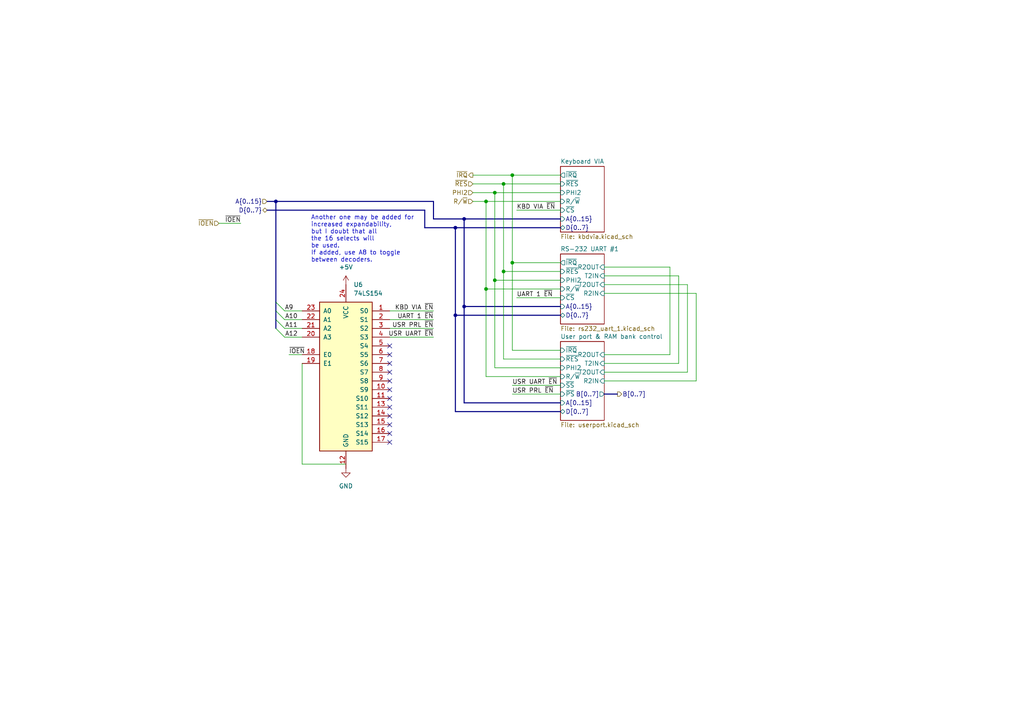
<source format=kicad_sch>
(kicad_sch (version 20230121) (generator eeschema)

  (uuid 68386262-dff5-4702-a5e5-ad1e76bfd272)

  (paper "A4")

  (lib_symbols
    (symbol "74xx:74LS154" (pin_names (offset 1.016)) (in_bom yes) (on_board yes)
      (property "Reference" "U" (at -7.62 21.59 0)
        (effects (font (size 1.27 1.27)))
      )
      (property "Value" "74LS154" (at -7.62 -24.13 0)
        (effects (font (size 1.27 1.27)))
      )
      (property "Footprint" "" (at 0 0 0)
        (effects (font (size 1.27 1.27)) hide)
      )
      (property "Datasheet" "http://www.ti.com/lit/gpn/sn74LS154" (at 0 0 0)
        (effects (font (size 1.27 1.27)) hide)
      )
      (property "ki_locked" "" (at 0 0 0)
        (effects (font (size 1.27 1.27)))
      )
      (property "ki_keywords" "TTL DECOD16 DECOD" (at 0 0 0)
        (effects (font (size 1.27 1.27)) hide)
      )
      (property "ki_description" "Decoder 4 to 16" (at 0 0 0)
        (effects (font (size 1.27 1.27)) hide)
      )
      (property "ki_fp_filters" "DIP?24*" (at 0 0 0)
        (effects (font (size 1.27 1.27)) hide)
      )
      (symbol "74LS154_1_0"
        (pin output line (at 12.7 17.78 180) (length 5.08)
          (name "S0" (effects (font (size 1.27 1.27))))
          (number "1" (effects (font (size 1.27 1.27))))
        )
        (pin output line (at 12.7 -5.08 180) (length 5.08)
          (name "S9" (effects (font (size 1.27 1.27))))
          (number "10" (effects (font (size 1.27 1.27))))
        )
        (pin output line (at 12.7 -7.62 180) (length 5.08)
          (name "S10" (effects (font (size 1.27 1.27))))
          (number "11" (effects (font (size 1.27 1.27))))
        )
        (pin power_in line (at 0 -27.94 90) (length 5.08)
          (name "GND" (effects (font (size 1.27 1.27))))
          (number "12" (effects (font (size 1.27 1.27))))
        )
        (pin output line (at 12.7 -10.16 180) (length 5.08)
          (name "S11" (effects (font (size 1.27 1.27))))
          (number "13" (effects (font (size 1.27 1.27))))
        )
        (pin output line (at 12.7 -12.7 180) (length 5.08)
          (name "S12" (effects (font (size 1.27 1.27))))
          (number "14" (effects (font (size 1.27 1.27))))
        )
        (pin output line (at 12.7 -15.24 180) (length 5.08)
          (name "S13" (effects (font (size 1.27 1.27))))
          (number "15" (effects (font (size 1.27 1.27))))
        )
        (pin output line (at 12.7 -17.78 180) (length 5.08)
          (name "S14" (effects (font (size 1.27 1.27))))
          (number "16" (effects (font (size 1.27 1.27))))
        )
        (pin output line (at 12.7 -20.32 180) (length 5.08)
          (name "S15" (effects (font (size 1.27 1.27))))
          (number "17" (effects (font (size 1.27 1.27))))
        )
        (pin input line (at -12.7 5.08 0) (length 5.08)
          (name "E0" (effects (font (size 1.27 1.27))))
          (number "18" (effects (font (size 1.27 1.27))))
        )
        (pin input line (at -12.7 2.54 0) (length 5.08)
          (name "E1" (effects (font (size 1.27 1.27))))
          (number "19" (effects (font (size 1.27 1.27))))
        )
        (pin output line (at 12.7 15.24 180) (length 5.08)
          (name "S1" (effects (font (size 1.27 1.27))))
          (number "2" (effects (font (size 1.27 1.27))))
        )
        (pin input line (at -12.7 10.16 0) (length 5.08)
          (name "A3" (effects (font (size 1.27 1.27))))
          (number "20" (effects (font (size 1.27 1.27))))
        )
        (pin input line (at -12.7 12.7 0) (length 5.08)
          (name "A2" (effects (font (size 1.27 1.27))))
          (number "21" (effects (font (size 1.27 1.27))))
        )
        (pin input line (at -12.7 15.24 0) (length 5.08)
          (name "A1" (effects (font (size 1.27 1.27))))
          (number "22" (effects (font (size 1.27 1.27))))
        )
        (pin input line (at -12.7 17.78 0) (length 5.08)
          (name "A0" (effects (font (size 1.27 1.27))))
          (number "23" (effects (font (size 1.27 1.27))))
        )
        (pin power_in line (at 0 25.4 270) (length 5.08)
          (name "VCC" (effects (font (size 1.27 1.27))))
          (number "24" (effects (font (size 1.27 1.27))))
        )
        (pin output line (at 12.7 12.7 180) (length 5.08)
          (name "S2" (effects (font (size 1.27 1.27))))
          (number "3" (effects (font (size 1.27 1.27))))
        )
        (pin output line (at 12.7 10.16 180) (length 5.08)
          (name "S3" (effects (font (size 1.27 1.27))))
          (number "4" (effects (font (size 1.27 1.27))))
        )
        (pin output line (at 12.7 7.62 180) (length 5.08)
          (name "S4" (effects (font (size 1.27 1.27))))
          (number "5" (effects (font (size 1.27 1.27))))
        )
        (pin output line (at 12.7 5.08 180) (length 5.08)
          (name "S5" (effects (font (size 1.27 1.27))))
          (number "6" (effects (font (size 1.27 1.27))))
        )
        (pin output line (at 12.7 2.54 180) (length 5.08)
          (name "S6" (effects (font (size 1.27 1.27))))
          (number "7" (effects (font (size 1.27 1.27))))
        )
        (pin output line (at 12.7 0 180) (length 5.08)
          (name "S7" (effects (font (size 1.27 1.27))))
          (number "8" (effects (font (size 1.27 1.27))))
        )
        (pin output line (at 12.7 -2.54 180) (length 5.08)
          (name "S8" (effects (font (size 1.27 1.27))))
          (number "9" (effects (font (size 1.27 1.27))))
        )
      )
      (symbol "74LS154_1_1"
        (rectangle (start -7.62 20.32) (end 7.62 -22.86)
          (stroke (width 0.254) (type default))
          (fill (type background))
        )
      )
    )
    (symbol "power:+5V" (power) (pin_names (offset 0)) (in_bom yes) (on_board yes)
      (property "Reference" "#PWR" (at 0 -3.81 0)
        (effects (font (size 1.27 1.27)) hide)
      )
      (property "Value" "+5V" (at 0 3.556 0)
        (effects (font (size 1.27 1.27)))
      )
      (property "Footprint" "" (at 0 0 0)
        (effects (font (size 1.27 1.27)) hide)
      )
      (property "Datasheet" "" (at 0 0 0)
        (effects (font (size 1.27 1.27)) hide)
      )
      (property "ki_keywords" "global power" (at 0 0 0)
        (effects (font (size 1.27 1.27)) hide)
      )
      (property "ki_description" "Power symbol creates a global label with name \"+5V\"" (at 0 0 0)
        (effects (font (size 1.27 1.27)) hide)
      )
      (symbol "+5V_0_1"
        (polyline
          (pts
            (xy -0.762 1.27)
            (xy 0 2.54)
          )
          (stroke (width 0) (type default))
          (fill (type none))
        )
        (polyline
          (pts
            (xy 0 0)
            (xy 0 2.54)
          )
          (stroke (width 0) (type default))
          (fill (type none))
        )
        (polyline
          (pts
            (xy 0 2.54)
            (xy 0.762 1.27)
          )
          (stroke (width 0) (type default))
          (fill (type none))
        )
      )
      (symbol "+5V_1_1"
        (pin power_in line (at 0 0 90) (length 0) hide
          (name "+5V" (effects (font (size 1.27 1.27))))
          (number "1" (effects (font (size 1.27 1.27))))
        )
      )
    )
    (symbol "power:GND" (power) (pin_names (offset 0)) (in_bom yes) (on_board yes)
      (property "Reference" "#PWR" (at 0 -6.35 0)
        (effects (font (size 1.27 1.27)) hide)
      )
      (property "Value" "GND" (at 0 -3.81 0)
        (effects (font (size 1.27 1.27)))
      )
      (property "Footprint" "" (at 0 0 0)
        (effects (font (size 1.27 1.27)) hide)
      )
      (property "Datasheet" "" (at 0 0 0)
        (effects (font (size 1.27 1.27)) hide)
      )
      (property "ki_keywords" "global power" (at 0 0 0)
        (effects (font (size 1.27 1.27)) hide)
      )
      (property "ki_description" "Power symbol creates a global label with name \"GND\" , ground" (at 0 0 0)
        (effects (font (size 1.27 1.27)) hide)
      )
      (symbol "GND_0_1"
        (polyline
          (pts
            (xy 0 0)
            (xy 0 -1.27)
            (xy 1.27 -1.27)
            (xy 0 -2.54)
            (xy -1.27 -1.27)
            (xy 0 -1.27)
          )
          (stroke (width 0) (type default))
          (fill (type none))
        )
      )
      (symbol "GND_1_1"
        (pin power_in line (at 0 0 270) (length 0) hide
          (name "GND" (effects (font (size 1.27 1.27))))
          (number "1" (effects (font (size 1.27 1.27))))
        )
      )
    )
  )

  (junction (at 148.59 76.2) (diameter 0) (color 0 0 0 0)
    (uuid 0968d2a8-7da1-48e0-b830-22b4f6c5ae99)
  )
  (junction (at 146.05 78.74) (diameter 0) (color 0 0 0 0)
    (uuid 22ef1768-9b17-452f-8e9c-b35385259e9c)
  )
  (junction (at 134.62 88.9) (diameter 0) (color 0 0 0 0)
    (uuid 289e3757-88d7-439a-b4ad-35a36d280009)
  )
  (junction (at 132.08 66.04) (diameter 0) (color 0 0 0 0)
    (uuid 303e8aa1-9811-4b83-903a-071c25334b73)
  )
  (junction (at 80.01 58.42) (diameter 0) (color 0 0 0 0)
    (uuid 325ea22c-ba49-496e-a4eb-d634497a302e)
  )
  (junction (at 140.97 58.42) (diameter 0) (color 0 0 0 0)
    (uuid 3b3889f6-83e7-4105-9722-dd49243ef216)
  )
  (junction (at 143.51 55.88) (diameter 0) (color 0 0 0 0)
    (uuid 3ce243e2-5634-43a2-a035-050c267c81c9)
  )
  (junction (at 140.97 83.82) (diameter 0) (color 0 0 0 0)
    (uuid 527c461f-091b-4873-adfe-4e157953b91f)
  )
  (junction (at 148.59 50.8) (diameter 0) (color 0 0 0 0)
    (uuid 66ba5a7a-4f39-476a-9e14-4eea19a7a602)
  )
  (junction (at 134.62 63.5) (diameter 0) (color 0 0 0 0)
    (uuid c04374f9-2215-4399-9f88-e93d4d4d10e8)
  )
  (junction (at 132.08 91.44) (diameter 0) (color 0 0 0 0)
    (uuid dfc45f86-b2c0-45a6-8436-6f1e2f45b62e)
  )
  (junction (at 146.05 53.34) (diameter 0) (color 0 0 0 0)
    (uuid f1f546e6-67c8-46da-af2c-54e275f1483a)
  )
  (junction (at 143.51 81.28) (diameter 0) (color 0 0 0 0)
    (uuid f80960b6-3f02-4179-b600-5f8698cbffc5)
  )

  (no_connect (at 113.03 100.33) (uuid 0f9d0ac2-5c04-48e8-a53b-e456844a91dd))
  (no_connect (at 113.03 102.87) (uuid 186340f6-95ac-4b34-b30d-2c04442cdf57))
  (no_connect (at 113.03 105.41) (uuid 1be37c6b-9272-4e36-bf7c-647225ac457e))
  (no_connect (at 113.03 120.65) (uuid 295819ef-fe77-405b-b2c3-58a9b2eafe8b))
  (no_connect (at 113.03 128.27) (uuid 3b300812-f74c-4263-845e-aeb6dcef8b5a))
  (no_connect (at 113.03 113.03) (uuid 3c451bec-9348-472f-8427-e4a3f0aad0f9))
  (no_connect (at 113.03 110.49) (uuid 4102718a-2fe4-4a10-bc45-f1a85aa0514a))
  (no_connect (at 113.03 107.95) (uuid 5e527ee0-0857-4ea9-ba64-f144dbbff10e))
  (no_connect (at 113.03 125.73) (uuid 6a889a8b-bfc9-4383-9db9-371ea76e0a27))
  (no_connect (at 113.03 118.11) (uuid dcb1e359-b442-4ed0-b32a-7001e3883090))
  (no_connect (at 113.03 123.19) (uuid dea879ca-e12c-4e88-826b-58fb8e759ed4))
  (no_connect (at 113.03 115.57) (uuid fe3297bf-be46-4a41-9de1-7850b7d209f2))

  (bus_entry (at 80.01 90.17) (size 2.54 2.54)
    (stroke (width 0) (type default))
    (uuid 8c191129-2129-4e9a-a3cb-548a55587d5a)
  )
  (bus_entry (at 80.01 92.71) (size 2.54 2.54)
    (stroke (width 0) (type default))
    (uuid a3ece218-fef0-40c1-a636-ddba64bf17f6)
  )
  (bus_entry (at 80.01 87.63) (size 2.54 2.54)
    (stroke (width 0) (type default))
    (uuid b5e384c9-bcae-4979-93d4-15ea45f5f0a7)
  )
  (bus_entry (at 80.01 95.25) (size 2.54 2.54)
    (stroke (width 0) (type default))
    (uuid fc89bf59-cbce-422e-b93c-d07ca9c59267)
  )

  (bus (pts (xy 134.62 88.9) (xy 162.56 88.9))
    (stroke (width 0) (type default))
    (uuid 0092d266-f7bf-46e8-bc16-367fcaedee6b)
  )

  (wire (pts (xy 140.97 58.42) (xy 162.56 58.42))
    (stroke (width 0) (type default))
    (uuid 01baaf1a-e09e-470f-86c6-2e7195f71080)
  )
  (wire (pts (xy 175.26 107.95) (xy 199.39 107.95))
    (stroke (width 0) (type default))
    (uuid 037a02f1-b97c-418c-b091-f0306259e2c5)
  )
  (bus (pts (xy 175.26 114.3) (xy 179.07 114.3))
    (stroke (width 0) (type default))
    (uuid 071da455-dea5-4113-84c4-832f8a0a64fc)
  )

  (wire (pts (xy 146.05 53.34) (xy 162.56 53.34))
    (stroke (width 0) (type default))
    (uuid 085cc446-4643-4de5-8e8f-7ae0146e8d89)
  )
  (wire (pts (xy 196.85 80.01) (xy 175.26 80.01))
    (stroke (width 0) (type default))
    (uuid 0e54e2fd-e4da-4f73-960c-f84d82673224)
  )
  (wire (pts (xy 137.16 53.34) (xy 146.05 53.34))
    (stroke (width 0) (type default))
    (uuid 1731940c-1182-4d79-b915-37f04719340d)
  )
  (bus (pts (xy 132.08 66.04) (xy 162.56 66.04))
    (stroke (width 0) (type default))
    (uuid 238d7d14-a36b-4f18-8102-323e5fc5bb9a)
  )

  (wire (pts (xy 196.85 105.41) (xy 196.85 80.01))
    (stroke (width 0) (type default))
    (uuid 23c151df-091d-41c6-8da8-5dc1edd8b61b)
  )
  (wire (pts (xy 140.97 58.42) (xy 140.97 83.82))
    (stroke (width 0) (type default))
    (uuid 2bf5c703-8fc1-48cb-ae25-829539da03e0)
  )
  (wire (pts (xy 83.82 102.87) (xy 87.63 102.87))
    (stroke (width 0) (type default))
    (uuid 2f837665-9e1d-4c52-a366-985488488b7a)
  )
  (wire (pts (xy 100.33 134.62) (xy 87.63 134.62))
    (stroke (width 0) (type default))
    (uuid 309e0ae4-8b72-4dd3-ab39-7f6d2711f99c)
  )
  (bus (pts (xy 134.62 88.9) (xy 134.62 116.84))
    (stroke (width 0) (type default))
    (uuid 34b91146-8dee-4f0a-9b1b-31a416ac4cc2)
  )
  (bus (pts (xy 134.62 116.84) (xy 162.56 116.84))
    (stroke (width 0) (type default))
    (uuid 35525eb7-8704-4786-9951-965ec3fa6e86)
  )

  (wire (pts (xy 175.26 105.41) (xy 196.85 105.41))
    (stroke (width 0) (type default))
    (uuid 35d72cff-4fec-4148-83ef-073122d9e143)
  )
  (wire (pts (xy 149.86 60.96) (xy 162.56 60.96))
    (stroke (width 0) (type default))
    (uuid 3aecb0bb-ce34-4068-8774-339222fe0d7e)
  )
  (bus (pts (xy 77.47 60.96) (xy 123.19 60.96))
    (stroke (width 0) (type default))
    (uuid 3e8180fa-7390-49dd-92d3-4fd1b50731c0)
  )
  (bus (pts (xy 80.01 58.42) (xy 125.73 58.42))
    (stroke (width 0) (type default))
    (uuid 4717c33f-ef1a-4910-8b4c-7e5929f1acf6)
  )

  (wire (pts (xy 143.51 55.88) (xy 143.51 81.28))
    (stroke (width 0) (type default))
    (uuid 4835ae74-9f5a-4c17-ac21-488f85caccff)
  )
  (wire (pts (xy 63.5 64.77) (xy 69.85 64.77))
    (stroke (width 0) (type default))
    (uuid 5325d0ce-65f8-4438-88b8-c1cdacb5d01d)
  )
  (bus (pts (xy 125.73 63.5) (xy 134.62 63.5))
    (stroke (width 0) (type default))
    (uuid 560e963e-ecd2-479a-a30e-87cd8f1a4baf)
  )

  (wire (pts (xy 162.56 111.76) (xy 148.59 111.76))
    (stroke (width 0) (type default))
    (uuid 580626d3-fdb7-460c-8063-f293d9f1fd8c)
  )
  (wire (pts (xy 140.97 83.82) (xy 162.56 83.82))
    (stroke (width 0) (type default))
    (uuid 5da523fa-ffd1-422c-b279-6dc1bcc41926)
  )
  (bus (pts (xy 134.62 63.5) (xy 134.62 88.9))
    (stroke (width 0) (type default))
    (uuid 63b94c98-a379-48c6-af5e-656dc1c8f6b4)
  )
  (bus (pts (xy 77.47 58.42) (xy 80.01 58.42))
    (stroke (width 0) (type default))
    (uuid 6eebbd69-3f8d-4644-b270-a515e4c0c8a7)
  )

  (wire (pts (xy 137.16 58.42) (xy 140.97 58.42))
    (stroke (width 0) (type default))
    (uuid 6feae14b-e8ed-40ff-ab64-affbba04f8cc)
  )
  (wire (pts (xy 175.26 85.09) (xy 201.93 85.09))
    (stroke (width 0) (type default))
    (uuid 70618c29-7c17-4342-8839-1894795234c1)
  )
  (wire (pts (xy 87.63 134.62) (xy 87.63 105.41))
    (stroke (width 0) (type default))
    (uuid 707b0fbd-2b68-48b6-8833-1cf9afbe8b30)
  )
  (wire (pts (xy 148.59 76.2) (xy 148.59 101.6))
    (stroke (width 0) (type default))
    (uuid 71d1796a-c31b-44b7-869a-65e1fa4b6bca)
  )
  (bus (pts (xy 80.01 58.42) (xy 80.01 87.63))
    (stroke (width 0) (type default))
    (uuid 7306658d-44d9-4620-8bbd-625a85b419b3)
  )

  (wire (pts (xy 149.86 86.36) (xy 162.56 86.36))
    (stroke (width 0) (type default))
    (uuid 7722e598-b75e-4929-b555-c7a5bd880286)
  )
  (wire (pts (xy 146.05 78.74) (xy 146.05 104.14))
    (stroke (width 0) (type default))
    (uuid 7897c9f5-89b7-4870-81e6-bb31ab5edad7)
  )
  (bus (pts (xy 123.19 60.96) (xy 123.19 66.04))
    (stroke (width 0) (type default))
    (uuid 79d410aa-0d13-4f03-8635-57bcfb482cd3)
  )

  (wire (pts (xy 146.05 53.34) (xy 146.05 78.74))
    (stroke (width 0) (type default))
    (uuid 7d341420-5eb0-4432-995b-a502787b8236)
  )
  (bus (pts (xy 80.01 92.71) (xy 80.01 95.25))
    (stroke (width 0) (type default))
    (uuid 828072e7-9c9e-4a73-8119-4e30a53d057d)
  )

  (wire (pts (xy 143.51 81.28) (xy 162.56 81.28))
    (stroke (width 0) (type default))
    (uuid 836b3452-ecb2-4add-9e8e-3814f5a6fb60)
  )
  (wire (pts (xy 148.59 76.2) (xy 162.56 76.2))
    (stroke (width 0) (type default))
    (uuid 8664595e-0696-4382-80cd-c8667d7aef16)
  )
  (bus (pts (xy 134.62 63.5) (xy 162.56 63.5))
    (stroke (width 0) (type default))
    (uuid 87714d0b-dfd3-42bb-a117-f758cde553f8)
  )
  (bus (pts (xy 132.08 91.44) (xy 162.56 91.44))
    (stroke (width 0) (type default))
    (uuid 8ac49d56-5024-47a0-89b0-b182ecda0c66)
  )

  (wire (pts (xy 199.39 107.95) (xy 199.39 82.55))
    (stroke (width 0) (type default))
    (uuid 8e3fc490-a4e3-4a5c-aaaf-86bdb2d44a99)
  )
  (wire (pts (xy 143.51 81.28) (xy 143.51 106.68))
    (stroke (width 0) (type default))
    (uuid 90b0e437-4c49-49c5-9d4c-25616e3b5495)
  )
  (wire (pts (xy 194.31 102.87) (xy 175.26 102.87))
    (stroke (width 0) (type default))
    (uuid 915941ac-d72d-4adc-ac28-bc38215fd996)
  )
  (wire (pts (xy 82.55 90.17) (xy 87.63 90.17))
    (stroke (width 0) (type default))
    (uuid 95ca767f-3271-41e6-add4-144648636085)
  )
  (wire (pts (xy 137.16 50.8) (xy 148.59 50.8))
    (stroke (width 0) (type default))
    (uuid 983f43db-cb14-4e06-aadb-e339c56d0d56)
  )
  (wire (pts (xy 148.59 50.8) (xy 148.59 76.2))
    (stroke (width 0) (type default))
    (uuid 9a6dc556-6390-44be-b0dd-b4f70b49ca2f)
  )
  (wire (pts (xy 143.51 106.68) (xy 162.56 106.68))
    (stroke (width 0) (type default))
    (uuid 9bd5f4c5-1fe5-44a1-bd5e-3fd45002a2a1)
  )
  (bus (pts (xy 132.08 66.04) (xy 132.08 91.44))
    (stroke (width 0) (type default))
    (uuid 9cac31b1-648a-4964-ae11-432a2d42b62a)
  )

  (wire (pts (xy 140.97 83.82) (xy 140.97 109.22))
    (stroke (width 0) (type default))
    (uuid 9cd2e80f-8042-45c9-9c8c-e1d9abfa493c)
  )
  (bus (pts (xy 80.01 87.63) (xy 80.01 90.17))
    (stroke (width 0) (type default))
    (uuid a033d1a8-a25a-4d6f-a258-01c855c92c42)
  )

  (wire (pts (xy 199.39 82.55) (xy 175.26 82.55))
    (stroke (width 0) (type default))
    (uuid a106a354-a68d-4365-9986-9b10f54300dc)
  )
  (wire (pts (xy 162.56 114.3) (xy 148.59 114.3))
    (stroke (width 0) (type default))
    (uuid a127467c-f5a8-46ad-8c75-42fbb9877994)
  )
  (wire (pts (xy 113.03 92.71) (xy 125.73 92.71))
    (stroke (width 0) (type default))
    (uuid a55f8f42-8956-4dcf-bcaf-a0697181e352)
  )
  (wire (pts (xy 113.03 90.17) (xy 125.73 90.17))
    (stroke (width 0) (type default))
    (uuid b1231f70-c33a-4f04-89b1-75e322d98835)
  )
  (wire (pts (xy 201.93 85.09) (xy 201.93 110.49))
    (stroke (width 0) (type default))
    (uuid b7355ff7-e4c2-44a0-9042-02c1517525df)
  )
  (wire (pts (xy 82.55 97.79) (xy 87.63 97.79))
    (stroke (width 0) (type default))
    (uuid b9821781-3263-4f6c-88be-badd94e9cd30)
  )
  (wire (pts (xy 148.59 101.6) (xy 162.56 101.6))
    (stroke (width 0) (type default))
    (uuid ba82d4f3-1497-4572-b7b0-5ac37a70fa91)
  )
  (wire (pts (xy 194.31 77.47) (xy 194.31 102.87))
    (stroke (width 0) (type default))
    (uuid bb54c539-6fa7-4005-a264-97999f4aed4e)
  )
  (wire (pts (xy 146.05 104.14) (xy 162.56 104.14))
    (stroke (width 0) (type default))
    (uuid bf400cd9-0a70-436c-b1e0-a7ff09de42ae)
  )
  (wire (pts (xy 143.51 55.88) (xy 162.56 55.88))
    (stroke (width 0) (type default))
    (uuid cd00226d-b94a-4c7c-85db-a93731de6c3c)
  )
  (wire (pts (xy 137.16 55.88) (xy 143.51 55.88))
    (stroke (width 0) (type default))
    (uuid cf0a2f7a-199d-4e2c-901b-803f414b0202)
  )
  (bus (pts (xy 132.08 119.38) (xy 162.56 119.38))
    (stroke (width 0) (type default))
    (uuid d3ef864c-4512-4eb9-8314-38c4cdbee1ee)
  )
  (bus (pts (xy 132.08 91.44) (xy 132.08 119.38))
    (stroke (width 0) (type default))
    (uuid d7cd49e7-a33b-42cf-9ddd-7beb4c919c18)
  )

  (wire (pts (xy 148.59 50.8) (xy 162.56 50.8))
    (stroke (width 0) (type default))
    (uuid d92fd503-1582-4dcd-9eba-aaf528066eac)
  )
  (wire (pts (xy 113.03 95.25) (xy 125.73 95.25))
    (stroke (width 0) (type default))
    (uuid d9bf8588-6213-4280-bab6-87d3ebdf1546)
  )
  (wire (pts (xy 140.97 109.22) (xy 162.56 109.22))
    (stroke (width 0) (type default))
    (uuid d9fb5339-5f91-4f2f-a45a-c2f398a9b45c)
  )
  (wire (pts (xy 82.55 92.71) (xy 87.63 92.71))
    (stroke (width 0) (type default))
    (uuid dbb6cb99-6cb8-4124-acbf-310f00cce5dd)
  )
  (bus (pts (xy 123.19 66.04) (xy 132.08 66.04))
    (stroke (width 0) (type default))
    (uuid e573415e-1316-41e5-a35c-ad482ea69f21)
  )

  (wire (pts (xy 175.26 77.47) (xy 194.31 77.47))
    (stroke (width 0) (type default))
    (uuid e5ef9500-4b65-4219-997a-807666988d7a)
  )
  (bus (pts (xy 125.73 58.42) (xy 125.73 63.5))
    (stroke (width 0) (type default))
    (uuid eb6a2aa3-4fe1-4e5e-a7b9-1f8877c07580)
  )

  (wire (pts (xy 82.55 95.25) (xy 87.63 95.25))
    (stroke (width 0) (type default))
    (uuid ec20a923-c7ea-4eba-a71d-8648f92ba93f)
  )
  (wire (pts (xy 113.03 97.79) (xy 125.73 97.79))
    (stroke (width 0) (type default))
    (uuid eec52550-0dff-45f1-a1d4-0cfa8b36027c)
  )
  (wire (pts (xy 146.05 78.74) (xy 162.56 78.74))
    (stroke (width 0) (type default))
    (uuid f0c8d0a9-f13e-4d04-a551-f7aac51b7f30)
  )
  (wire (pts (xy 201.93 110.49) (xy 175.26 110.49))
    (stroke (width 0) (type default))
    (uuid f5cc9a4d-f1a4-498a-968b-df88abe9f3b7)
  )
  (bus (pts (xy 80.01 90.17) (xy 80.01 92.71))
    (stroke (width 0) (type default))
    (uuid f803b476-0e1d-4790-9d42-2bf0ee025be8)
  )

  (text "Another one may be added for\nincreased expandability,\nbut I doubt that all\nthe 16 selects will\nbe used.\nIf added, use A8 to toggle\nbetween decoders."
    (at 90.17 76.2 0)
    (effects (font (size 1.27 1.27)) (justify left bottom))
    (uuid cc3ac26b-04a5-484b-94e2-5f7a8b609de2)
  )

  (label "KBD VIA ~{EN}" (at 149.86 60.96 0) (fields_autoplaced)
    (effects (font (size 1.27 1.27)) (justify left bottom))
    (uuid 125b8f0c-955e-411b-be64-8019576d36f9)
  )
  (label "~{IOEN}" (at 69.85 64.77 180) (fields_autoplaced)
    (effects (font (size 1.27 1.27)) (justify right bottom))
    (uuid 1ef1b3cd-a69f-4452-bb5f-a4c0ed4e7b50)
  )
  (label "USR PRL ~{EN}" (at 148.59 114.3 0) (fields_autoplaced)
    (effects (font (size 1.27 1.27)) (justify left bottom))
    (uuid 1fb5b60a-fcad-4440-ac5c-a1abdf9553b8)
  )
  (label "USR UART ~{EN}" (at 125.73 97.79 180) (fields_autoplaced)
    (effects (font (size 1.27 1.27)) (justify right bottom))
    (uuid 606cf5fd-aabf-4752-b260-3201593e13d2)
  )
  (label "KBD VIA ~{EN}" (at 125.73 90.17 180) (fields_autoplaced)
    (effects (font (size 1.27 1.27)) (justify right bottom))
    (uuid 8a766c29-dc54-4d4b-a386-3811d7b7ba19)
  )
  (label "USR UART ~{EN}" (at 148.59 111.76 0) (fields_autoplaced)
    (effects (font (size 1.27 1.27)) (justify left bottom))
    (uuid 956e4d6f-5cab-467f-813c-bcc7ea3d25a2)
  )
  (label "~{IOEN}" (at 83.82 102.87 0) (fields_autoplaced)
    (effects (font (size 1.27 1.27)) (justify left bottom))
    (uuid bb8f9fa0-53e7-4cb2-b753-f8541605f626)
  )
  (label "A10" (at 86.36 92.71 180) (fields_autoplaced)
    (effects (font (size 1.27 1.27)) (justify right bottom))
    (uuid bde10291-78b3-4dc5-9e2e-41a5b5936dbf)
  )
  (label "UART 1 ~{EN}" (at 125.73 92.71 180) (fields_autoplaced)
    (effects (font (size 1.27 1.27)) (justify right bottom))
    (uuid c864e999-d6ef-4b25-b1b4-9771d8ec37e4)
  )
  (label "A9" (at 85.09 90.17 180) (fields_autoplaced)
    (effects (font (size 1.27 1.27)) (justify right bottom))
    (uuid d6aacd96-9342-4b3a-9f70-5ba623af7d68)
  )
  (label "A11" (at 86.36 95.25 180) (fields_autoplaced)
    (effects (font (size 1.27 1.27)) (justify right bottom))
    (uuid d96dd8c0-0842-46c9-a7e8-f77d12a5d8c7)
  )
  (label "UART 1 ~{EN}" (at 149.86 86.36 0) (fields_autoplaced)
    (effects (font (size 1.27 1.27)) (justify left bottom))
    (uuid dcd246b5-661a-4189-8bd0-fdbad1315916)
  )
  (label "A12" (at 86.36 97.79 180) (fields_autoplaced)
    (effects (font (size 1.27 1.27)) (justify right bottom))
    (uuid ee26a1c9-b23b-4c60-a39e-b1bd1fc533e3)
  )
  (label "USR PRL ~{EN}" (at 125.73 95.25 180) (fields_autoplaced)
    (effects (font (size 1.27 1.27)) (justify right bottom))
    (uuid fe0a6970-7ec4-46d5-a77d-8fc3ed5fbe9d)
  )

  (hierarchical_label "D{0..7}" (shape bidirectional) (at 77.47 60.96 180) (fields_autoplaced)
    (effects (font (size 1.27 1.27)) (justify right))
    (uuid 897fcdbb-42b9-4fbf-8e51-f123c4000801)
  )
  (hierarchical_label "~{RES}" (shape input) (at 137.16 53.34 180) (fields_autoplaced)
    (effects (font (size 1.27 1.27)) (justify right))
    (uuid 92ceb968-036d-4e93-8f06-4e806f4668ed)
  )
  (hierarchical_label "~{IRQ}" (shape output) (at 137.16 50.8 180) (fields_autoplaced)
    (effects (font (size 1.27 1.27)) (justify right))
    (uuid 9d84d023-88c6-404c-aba2-fe95aba46435)
  )
  (hierarchical_label "A{0..15}" (shape input) (at 77.47 58.42 180) (fields_autoplaced)
    (effects (font (size 1.27 1.27)) (justify right))
    (uuid ce249d4f-53d0-4b2f-a0bf-dfea0f4039b8)
  )
  (hierarchical_label "B[0..7]" (shape output) (at 179.07 114.3 0) (fields_autoplaced)
    (effects (font (size 1.27 1.27)) (justify left))
    (uuid d9058156-1de5-443f-93af-c0b0378a4235)
  )
  (hierarchical_label "~{IOEN}" (shape input) (at 63.5 64.77 180) (fields_autoplaced)
    (effects (font (size 1.27 1.27)) (justify right))
    (uuid e182723f-5b0d-4151-9cdb-1771dd4ef9e0)
  )
  (hierarchical_label "PHI2" (shape input) (at 137.16 55.88 180) (fields_autoplaced)
    (effects (font (size 1.27 1.27)) (justify right))
    (uuid f5d9858f-e4c3-443c-b9ac-bf7a39c5901e)
  )
  (hierarchical_label "R{slash}~{W}" (shape input) (at 137.16 58.42 180) (fields_autoplaced)
    (effects (font (size 1.27 1.27)) (justify right))
    (uuid f81f227a-00cc-4c03-bc66-4e733398b87a)
  )

  (symbol (lib_id "power:GND") (at 100.33 135.89 0) (unit 1)
    (in_bom yes) (on_board yes) (dnp no) (fields_autoplaced)
    (uuid 365cad7f-4c22-49c7-97ad-c9d10fc9a8b3)
    (property "Reference" "#PWR024" (at 100.33 142.24 0)
      (effects (font (size 1.27 1.27)) hide)
    )
    (property "Value" "GND" (at 100.33 140.97 0)
      (effects (font (size 1.27 1.27)))
    )
    (property "Footprint" "" (at 100.33 135.89 0)
      (effects (font (size 1.27 1.27)) hide)
    )
    (property "Datasheet" "" (at 100.33 135.89 0)
      (effects (font (size 1.27 1.27)) hide)
    )
    (pin "1" (uuid d182cc23-2c9a-4d3c-b214-1d3febe0922a))
    (instances
      (project "6502"
        (path "/f620b693-400b-4f41-8158-c432d38526da/d8c6c40e-cc08-4e39-9ee8-9983cd0e85b2"
          (reference "#PWR024") (unit 1)
        )
      )
    )
  )

  (symbol (lib_id "74xx:74LS154") (at 100.33 107.95 0) (unit 1)
    (in_bom yes) (on_board yes) (dnp no) (fields_autoplaced)
    (uuid 73169d02-0f83-45e3-bb71-5e62b7fb24c2)
    (property "Reference" "U6" (at 102.5241 82.55 0)
      (effects (font (size 1.27 1.27)) (justify left))
    )
    (property "Value" "74LS154" (at 102.5241 85.09 0)
      (effects (font (size 1.27 1.27)) (justify left))
    )
    (property "Footprint" "Package_DIP:DIP-24_W15.24mm_Socket" (at 100.33 107.95 0)
      (effects (font (size 1.27 1.27)) hide)
    )
    (property "Datasheet" "http://www.ti.com/lit/gpn/sn74LS154" (at 100.33 107.95 0)
      (effects (font (size 1.27 1.27)) hide)
    )
    (pin "3" (uuid 44cc33b3-a4eb-475b-bb0b-93d8f0dce657))
    (pin "10" (uuid ac4498f5-20db-42d2-adbe-cfcd01b150a0))
    (pin "16" (uuid 5a896a60-6568-4634-b0c3-1fe49e674fca))
    (pin "12" (uuid 26e2ff98-3cae-4f74-b17c-ea82ed47dd59))
    (pin "20" (uuid fe56be39-5f83-4a48-8273-703ef7a93ac1))
    (pin "1" (uuid 24f5b2eb-2d8b-4c41-978f-aeb9b2deab1f))
    (pin "9" (uuid ab126b70-af21-40f5-8ada-28760cbc5bee))
    (pin "24" (uuid 01e9b745-3a38-4aa9-9909-703167e33e4b))
    (pin "17" (uuid 3d41a1e6-48a1-4af7-bbfb-269a1dec194e))
    (pin "18" (uuid a28c8579-882d-4068-b1cd-433348390891))
    (pin "4" (uuid 340bd108-8104-4fa0-8fe1-ae9bd4fb8af5))
    (pin "8" (uuid 087a11e7-100d-40d5-8b21-d4ffc1d1bdd4))
    (pin "13" (uuid 4d1b2090-2895-42fd-939a-ad743b9cc8ed))
    (pin "19" (uuid 0715e6e1-d880-49ae-b2ed-c862a7f21941))
    (pin "5" (uuid d310b93a-1a9b-4cfe-8eca-1d2d9658b9c4))
    (pin "7" (uuid 3b178e83-5f0d-457b-b3fb-629911ae8676))
    (pin "15" (uuid 81370ca0-cab7-4eb8-8582-d8632ebc0e93))
    (pin "2" (uuid 88d9eb0c-71f0-48c9-aff0-a9650d15b250))
    (pin "21" (uuid 8aac159d-ff19-47c5-8be7-723cb525dab0))
    (pin "14" (uuid 5d6a42fa-3fe3-4a2a-8229-785196b5aebd))
    (pin "22" (uuid 3eca4c00-f419-429a-808b-904c65781696))
    (pin "11" (uuid 4532900c-5312-4809-9e8c-cb262c153ce1))
    (pin "23" (uuid 5bc770f9-cb68-4494-b81f-b766cbb20797))
    (pin "6" (uuid 974b26c7-091c-4564-9676-decb32d1b794))
    (instances
      (project "6502"
        (path "/f620b693-400b-4f41-8158-c432d38526da/d8c6c40e-cc08-4e39-9ee8-9983cd0e85b2"
          (reference "U6") (unit 1)
        )
      )
    )
  )

  (symbol (lib_id "power:+5V") (at 100.33 82.55 0) (unit 1)
    (in_bom yes) (on_board yes) (dnp no) (fields_autoplaced)
    (uuid b4186093-7f91-4297-ad12-67cd36a86aa5)
    (property "Reference" "#PWR023" (at 100.33 86.36 0)
      (effects (font (size 1.27 1.27)) hide)
    )
    (property "Value" "+5V" (at 100.33 77.47 0)
      (effects (font (size 1.27 1.27)))
    )
    (property "Footprint" "" (at 100.33 82.55 0)
      (effects (font (size 1.27 1.27)) hide)
    )
    (property "Datasheet" "" (at 100.33 82.55 0)
      (effects (font (size 1.27 1.27)) hide)
    )
    (pin "1" (uuid 7fd20171-cca2-45e1-858b-76ddfebacdac))
    (instances
      (project "6502"
        (path "/f620b693-400b-4f41-8158-c432d38526da/d8c6c40e-cc08-4e39-9ee8-9983cd0e85b2"
          (reference "#PWR023") (unit 1)
        )
      )
    )
  )

  (sheet (at 162.56 99.06) (size 12.7 22.86) (fields_autoplaced)
    (stroke (width 0.1524) (type solid))
    (fill (color 0 0 0 0.0000))
    (uuid 26d17e52-44ca-4399-866c-27f6228ad812)
    (property "Sheetname" "User port & RAM bank control" (at 162.56 98.3484 0)
      (effects (font (size 1.27 1.27)) (justify left bottom))
    )
    (property "Sheetfile" "userport.kicad_sch" (at 162.56 122.5046 0)
      (effects (font (size 1.27 1.27)) (justify left top))
    )
    (pin "A[0..15]" input (at 162.56 116.84 180)
      (effects (font (size 1.27 1.27)) (justify left))
      (uuid 1318236e-c7ed-4124-9abe-787cb6c32bc7)
    )
    (pin "D[0..7]" bidirectional (at 162.56 119.38 180)
      (effects (font (size 1.27 1.27)) (justify left))
      (uuid 26a66b24-b56b-47bc-97ec-eee90c945f30)
    )
    (pin "~{RES}" input (at 162.56 104.14 180)
      (effects (font (size 1.27 1.27)) (justify left))
      (uuid 58487247-09bc-412f-bce5-c14afa9b3e6c)
    )
    (pin "R{slash}~{W}" input (at 162.56 109.22 180)
      (effects (font (size 1.27 1.27)) (justify left))
      (uuid a55dd4bb-9210-4f0b-93ce-1a013a0e07c5)
    )
    (pin "~{IRQ}" input (at 162.56 101.6 180)
      (effects (font (size 1.27 1.27)) (justify left))
      (uuid dded0582-a73b-4d16-a86e-201ef7d582f3)
    )
    (pin "~{SS}" input (at 162.56 111.76 180)
      (effects (font (size 1.27 1.27)) (justify left))
      (uuid e6793220-6cb9-4327-a3c2-106f775358ef)
    )
    (pin "~{PS}" input (at 162.56 114.3 180)
      (effects (font (size 1.27 1.27)) (justify left))
      (uuid 014eb9d2-fcf3-46ee-a91f-879c93e954c8)
    )
    (pin "PHI2" input (at 162.56 106.68 180)
      (effects (font (size 1.27 1.27)) (justify left))
      (uuid 6ea193f5-2bd7-4f80-af3c-cb616fc8881b)
    )
    (pin "R2OUT" input (at 175.26 102.87 0)
      (effects (font (size 1.27 1.27)) (justify right))
      (uuid f0d687c1-9c73-42ad-9f8e-5aa1305181e0)
    )
    (pin "T2IN" input (at 175.26 105.41 0)
      (effects (font (size 1.27 1.27)) (justify right))
      (uuid cfa4a931-7ba6-4f9b-9a88-e76f0e5b1d01)
    )
    (pin "T2OUT" input (at 175.26 107.95 0)
      (effects (font (size 1.27 1.27)) (justify right))
      (uuid 23761f44-0d36-49d7-a358-cdfbf13dc6dc)
    )
    (pin "R2IN" input (at 175.26 110.49 0)
      (effects (font (size 1.27 1.27)) (justify right))
      (uuid 459de4fc-cd28-4062-a3b6-02a1688c0f24)
    )
    (pin "B[0..7]" output (at 175.26 114.3 0)
      (effects (font (size 1.27 1.27)) (justify right))
      (uuid c646f254-d4b5-4416-85aa-8e6c850211ac)
    )
    (instances
      (project "6502"
        (path "/f620b693-400b-4f41-8158-c432d38526da/d8c6c40e-cc08-4e39-9ee8-9983cd0e85b2" (page "9"))
      )
    )
  )

  (sheet (at 162.56 73.66) (size 12.7 20.32) (fields_autoplaced)
    (stroke (width 0.1524) (type solid))
    (fill (color 0 0 0 0.0000))
    (uuid 490d4e3a-9e79-4307-9dfd-d7819e9fe437)
    (property "Sheetname" "RS-232 UART #1" (at 162.56 72.9484 0)
      (effects (font (size 1.27 1.27)) (justify left bottom))
    )
    (property "Sheetfile" "rs232_uart_1.kicad_sch" (at 162.56 94.5646 0)
      (effects (font (size 1.27 1.27)) (justify left top))
    )
    (pin "~{IRQ}" output (at 162.56 76.2 180)
      (effects (font (size 1.27 1.27)) (justify left))
      (uuid 8b42df02-ac69-4d34-99f1-efc56483ef23)
    )
    (pin "~{RES}" input (at 162.56 78.74 180)
      (effects (font (size 1.27 1.27)) (justify left))
      (uuid 033bfccb-b320-4ca7-81e5-95584ada0a9b)
    )
    (pin "~{CS}" input (at 162.56 86.36 180)
      (effects (font (size 1.27 1.27)) (justify left))
      (uuid 15e81d5a-24dd-4c15-93b6-fa73f5e92e4b)
    )
    (pin "PHI2" input (at 162.56 81.28 180)
      (effects (font (size 1.27 1.27)) (justify left))
      (uuid f7957958-ad07-4ecc-81ea-ff90602072d6)
    )
    (pin "R{slash}~{W}" input (at 162.56 83.82 180)
      (effects (font (size 1.27 1.27)) (justify left))
      (uuid 522200ce-2883-478b-960c-f08bfaf7d7fa)
    )
    (pin "D{0..7}" bidirectional (at 162.56 91.44 180)
      (effects (font (size 1.27 1.27)) (justify left))
      (uuid 8c73f77f-5ac8-495e-b46b-8a95465c2d7c)
    )
    (pin "A{0..15}" input (at 162.56 88.9 180)
      (effects (font (size 1.27 1.27)) (justify left))
      (uuid f3eeb141-335c-47f9-907c-6506a1888ed1)
    )
    (pin "R2OUT" input (at 175.26 77.47 0)
      (effects (font (size 1.27 1.27)) (justify right))
      (uuid d15c25d8-a146-46e9-802b-7814ff36f0c3)
    )
    (pin "T2IN" input (at 175.26 80.01 0)
      (effects (font (size 1.27 1.27)) (justify right))
      (uuid 528a0dac-78d7-4004-b14f-7eb27b0692de)
    )
    (pin "T2OUT" input (at 175.26 82.55 0)
      (effects (font (size 1.27 1.27)) (justify right))
      (uuid c4b85399-536a-486e-b305-2d4a508ed014)
    )
    (pin "R2IN" input (at 175.26 85.09 0)
      (effects (font (size 1.27 1.27)) (justify right))
      (uuid 41ba73c4-5f87-41f9-a8e4-03ce673b6282)
    )
    (instances
      (project "6502"
        (path "/f620b693-400b-4f41-8158-c432d38526da/d8c6c40e-cc08-4e39-9ee8-9983cd0e85b2" (page "7"))
      )
    )
  )

  (sheet (at 162.56 48.26) (size 12.7 19.05) (fields_autoplaced)
    (stroke (width 0.1524) (type solid))
    (fill (color 0 0 0 0.0000))
    (uuid f363f952-de5e-4777-a18d-e3792a687211)
    (property "Sheetname" "Keyboard VIA" (at 162.56 47.5484 0)
      (effects (font (size 1.27 1.27)) (justify left bottom))
    )
    (property "Sheetfile" "kbdvia.kicad_sch" (at 162.56 67.8946 0)
      (effects (font (size 1.27 1.27)) (justify left top))
    )
    (pin "R{slash}~{W}" input (at 162.56 58.42 180)
      (effects (font (size 1.27 1.27)) (justify left))
      (uuid f0a4e348-8086-4872-bf9b-72139e8b3c20)
    )
    (pin "PHI2" input (at 162.56 55.88 180)
      (effects (font (size 1.27 1.27)) (justify left))
      (uuid ba88c4ad-cc0e-4d55-bed7-563574b1b55d)
    )
    (pin "~{RES}" input (at 162.56 53.34 180)
      (effects (font (size 1.27 1.27)) (justify left))
      (uuid b84d93ac-05c4-43d0-b574-bdc0751b3772)
    )
    (pin "~{IRQ}" output (at 162.56 50.8 180)
      (effects (font (size 1.27 1.27)) (justify left))
      (uuid a4a063aa-5c27-4b87-a376-2f050ad3734a)
    )
    (pin "~{CS}" input (at 162.56 60.96 180)
      (effects (font (size 1.27 1.27)) (justify left))
      (uuid bc094e69-1558-48d2-bc5f-c4e4b6f8631c)
    )
    (pin "A{0..15}" input (at 162.56 63.5 180)
      (effects (font (size 1.27 1.27)) (justify left))
      (uuid 05350466-f06a-4116-959f-a0be212b5b8d)
    )
    (pin "D{0..7}" bidirectional (at 162.56 66.04 180)
      (effects (font (size 1.27 1.27)) (justify left))
      (uuid ebcd3f36-2649-4cf2-86b1-69ad14782cf3)
    )
    (instances
      (project "6502"
        (path "/f620b693-400b-4f41-8158-c432d38526da/d8c6c40e-cc08-4e39-9ee8-9983cd0e85b2" (page "6"))
      )
    )
  )
)

</source>
